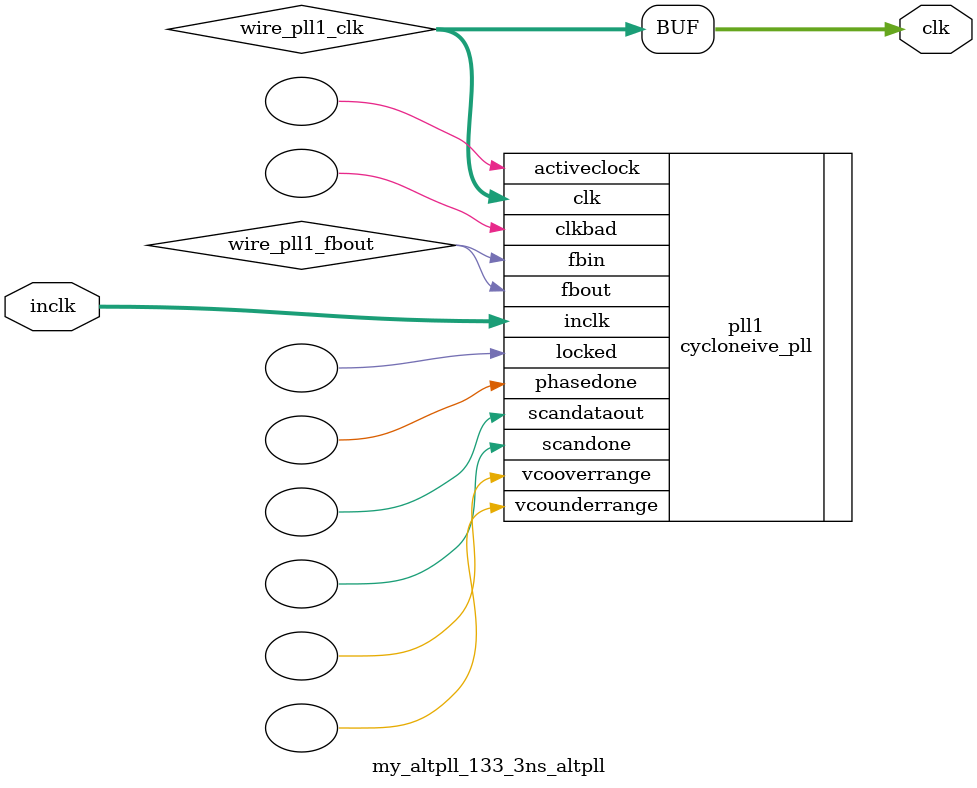
<source format=v>






//synthesis_resources = cycloneive_pll 1 
//synopsys translate_off
`timescale 1 ps / 1 ps
//synopsys translate_on
module  my_altpll_133_3ns_altpll
	( 
	clk,
	inclk) /* synthesis synthesis_clearbox=1 */;
	output   [4:0]  clk;
	input   [1:0]  inclk;
`ifndef ALTERA_RESERVED_QIS
// synopsys translate_off
`endif
	tri0   [1:0]  inclk;
`ifndef ALTERA_RESERVED_QIS
// synopsys translate_on
`endif

	wire  [4:0]   wire_pll1_clk;
	wire  wire_pll1_fbout;

	cycloneive_pll   pll1
	( 
	.activeclock(),
	.clk(wire_pll1_clk),
	.clkbad(),
	.fbin(wire_pll1_fbout),
	.fbout(wire_pll1_fbout),
	.inclk(inclk),
	.locked(),
	.phasedone(),
	.scandataout(),
	.scandone(),
	.vcooverrange(),
	.vcounderrange()
	`ifndef FORMAL_VERIFICATION
	// synopsys translate_off
	`endif
	,
	.areset(1'b0),
	.clkswitch(1'b0),
	.configupdate(1'b0),
	.pfdena(1'b1),
	.phasecounterselect({3{1'b0}}),
	.phasestep(1'b0),
	.phaseupdown(1'b0),
	.scanclk(1'b0),
	.scanclkena(1'b1),
	.scandata(1'b0)
	`ifndef FORMAL_VERIFICATION
	// synopsys translate_on
	`endif
	);
	defparam
		pll1.bandwidth_type = "auto",
		pll1.clk0_divide_by = 50000,
		pll1.clk0_duty_cycle = 50,
		pll1.clk0_multiply_by = 133333,
		pll1.clk0_phase_shift = "0",
		pll1.clk1_divide_by = 50000,
		pll1.clk1_duty_cycle = 50,
		pll1.clk1_multiply_by = 133333,
		pll1.clk1_phase_shift = "-3000",
		pll1.compensate_clock = "clk0",
		pll1.inclk0_input_frequency = 20000,
		pll1.operation_mode = "normal",
		pll1.pll_type = "auto",
		pll1.lpm_type = "cycloneive_pll";
	assign
		clk = {wire_pll1_clk[4:0]};
endmodule //my_altpll_133_3ns_altpll
//VALID FILE

</source>
